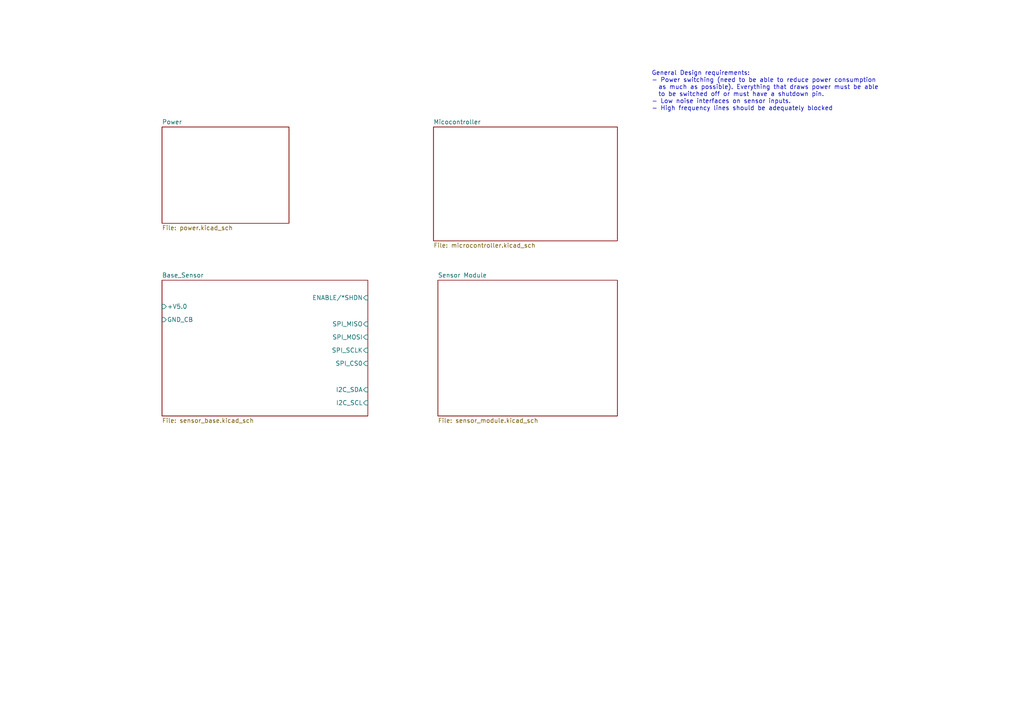
<source format=kicad_sch>
(kicad_sch
	(version 20231120)
	(generator "eeschema")
	(generator_version "8.0")
	(uuid "37fdfe07-1a70-41c8-8af2-e03e19737580")
	(paper "A4")
	(lib_symbols)
	(text "General Design requirements:\n- Power switching (need to be able to reduce power consumption \n  as much as possible). Everything that draws power must be able \n  to be switched off or must have a shutdown pin.\n- Low noise interfaces on sensor inputs.\n- High frequency lines should be adequately blocked"
		(exclude_from_sim no)
		(at 188.976 26.416 0)
		(effects
			(font
				(size 1.27 1.27)
			)
			(justify left)
		)
		(uuid "fcc3bea7-da49-4dd1-9ebe-d369d8b7f3b7")
	)
	(sheet
		(at 46.99 36.83)
		(size 36.83 27.94)
		(fields_autoplaced yes)
		(stroke
			(width 0.1524)
			(type solid)
		)
		(fill
			(color 0 0 0 0.0000)
		)
		(uuid "1fb5cba5-fe5a-4aba-b82b-13cd9370505b")
		(property "Sheetname" "Power"
			(at 46.99 36.1184 0)
			(effects
				(font
					(size 1.27 1.27)
				)
				(justify left bottom)
			)
		)
		(property "Sheetfile" "power.kicad_sch"
			(at 46.99 65.3546 0)
			(effects
				(font
					(size 1.27 1.27)
				)
				(justify left top)
			)
		)
		(instances
			(project "digital_waters"
				(path "/37fdfe07-1a70-41c8-8af2-e03e19737580"
					(page "2")
				)
			)
		)
	)
	(sheet
		(at 125.73 36.83)
		(size 53.34 33.02)
		(fields_autoplaced yes)
		(stroke
			(width 0.1524)
			(type solid)
		)
		(fill
			(color 0 0 0 0.0000)
		)
		(uuid "4e096a74-ff29-463d-8e2a-2f4b65c4f0fe")
		(property "Sheetname" "Micocontroller"
			(at 125.73 36.1184 0)
			(effects
				(font
					(size 1.27 1.27)
				)
				(justify left bottom)
			)
		)
		(property "Sheetfile" "microcontroller.kicad_sch"
			(at 125.73 70.4346 0)
			(effects
				(font
					(size 1.27 1.27)
				)
				(justify left top)
			)
		)
		(instances
			(project "digital_waters"
				(path "/37fdfe07-1a70-41c8-8af2-e03e19737580"
					(page "5")
				)
			)
		)
	)
	(sheet
		(at 127 81.28)
		(size 52.07 39.37)
		(fields_autoplaced yes)
		(stroke
			(width 0.1524)
			(type solid)
		)
		(fill
			(color 0 0 0 0.0000)
		)
		(uuid "569ba513-db4e-4a75-8161-f5cfa6b9cf84")
		(property "Sheetname" "Sensor Module"
			(at 127 80.5684 0)
			(effects
				(font
					(size 1.27 1.27)
				)
				(justify left bottom)
			)
		)
		(property "Sheetfile" "sensor_module.kicad_sch"
			(at 127 121.2346 0)
			(effects
				(font
					(size 1.27 1.27)
				)
				(justify left top)
			)
		)
		(instances
			(project "digital_waters"
				(path "/37fdfe07-1a70-41c8-8af2-e03e19737580"
					(page "4")
				)
			)
		)
	)
	(sheet
		(at 46.99 81.28)
		(size 59.69 39.37)
		(fields_autoplaced yes)
		(stroke
			(width 0.1524)
			(type solid)
		)
		(fill
			(color 0 0 0 0.0000)
		)
		(uuid "a9c686ab-82b6-4efc-b16f-d53dddd38dcc")
		(property "Sheetname" "Base_Sensor"
			(at 46.99 80.5684 0)
			(effects
				(font
					(size 1.27 1.27)
				)
				(justify left bottom)
			)
		)
		(property "Sheetfile" "sensor_base.kicad_sch"
			(at 46.99 121.2346 0)
			(effects
				(font
					(size 1.27 1.27)
				)
				(justify left top)
			)
		)
		(pin "SPI_MOSI" input
			(at 106.68 97.79 0)
			(effects
				(font
					(size 1.27 1.27)
				)
				(justify right)
			)
			(uuid "1f0f46fd-aa93-4bc3-8e14-4be186ffe642")
		)
		(pin "SPI_SCLK" input
			(at 106.68 101.6 0)
			(effects
				(font
					(size 1.27 1.27)
				)
				(justify right)
			)
			(uuid "70dc8b5c-904f-4875-9495-8206daf60c4c")
		)
		(pin "SPI_MISO" input
			(at 106.68 93.98 0)
			(effects
				(font
					(size 1.27 1.27)
				)
				(justify right)
			)
			(uuid "093421ec-8c3e-4cde-b302-d694edfd8a61")
		)
		(pin "+V5.0" input
			(at 46.99 88.9 180)
			(effects
				(font
					(size 1.27 1.27)
				)
				(justify left)
			)
			(uuid "aa361f3e-b1d0-4e08-9ff0-1fe4bdb7de39")
		)
		(pin "ENABLE{slash}*SHDN" input
			(at 106.68 86.36 0)
			(effects
				(font
					(size 1.27 1.27)
				)
				(justify right)
			)
			(uuid "d6b6572b-7c7b-491d-9646-a6d8f108b8a0")
		)
		(pin "SPI_CS0" input
			(at 106.68 105.41 0)
			(effects
				(font
					(size 1.27 1.27)
				)
				(justify right)
			)
			(uuid "a2b7e365-5668-4aa5-9154-f97bcf0bd345")
		)
		(pin "I2C_SDA" input
			(at 106.68 113.03 0)
			(effects
				(font
					(size 1.27 1.27)
				)
				(justify right)
			)
			(uuid "1fc723f0-44d7-4cc3-832a-90678aa20a7e")
		)
		(pin "I2C_SCL" input
			(at 106.68 116.84 0)
			(effects
				(font
					(size 1.27 1.27)
				)
				(justify right)
			)
			(uuid "c00f76e8-fd0e-425c-ae18-db9129b59c01")
		)
		(pin "GND_CB" input
			(at 46.99 92.71 180)
			(effects
				(font
					(size 1.27 1.27)
				)
				(justify left)
			)
			(uuid "c602f4b7-bfa0-4a76-8879-49a1d6505d92")
		)
		(instances
			(project "digital_waters"
				(path "/37fdfe07-1a70-41c8-8af2-e03e19737580"
					(page "3")
				)
			)
		)
	)
	(sheet_instances
		(path "/"
			(page "1")
		)
	)
)

</source>
